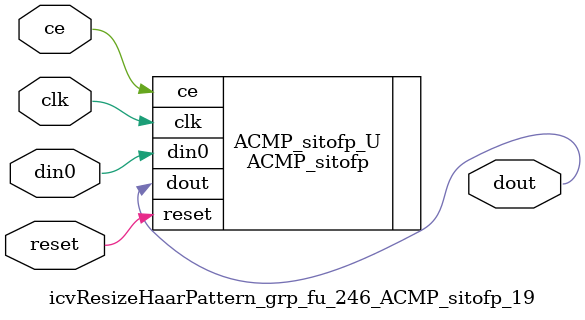
<source format=v>

`timescale 1 ns / 1 ps
module icvResizeHaarPattern_grp_fu_246_ACMP_sitofp_19(
    clk,
    reset,
    ce,
    din0,
    dout);

parameter ID = 32'd1;
parameter NUM_STAGE = 32'd1;
parameter din0_WIDTH = 32'd1;
parameter dout_WIDTH = 32'd1;
input clk;
input reset;
input ce;
input[din0_WIDTH - 1:0] din0;
output[dout_WIDTH - 1:0] dout;



ACMP_sitofp #(
.ID( ID ),
.NUM_STAGE( 4 ),
.din0_WIDTH( din0_WIDTH ),
.dout_WIDTH( dout_WIDTH ))
ACMP_sitofp_U(
    .clk( clk ),
    .reset( reset ),
    .ce( ce ),
    .din0( din0 ),
    .dout( dout ));

endmodule

</source>
